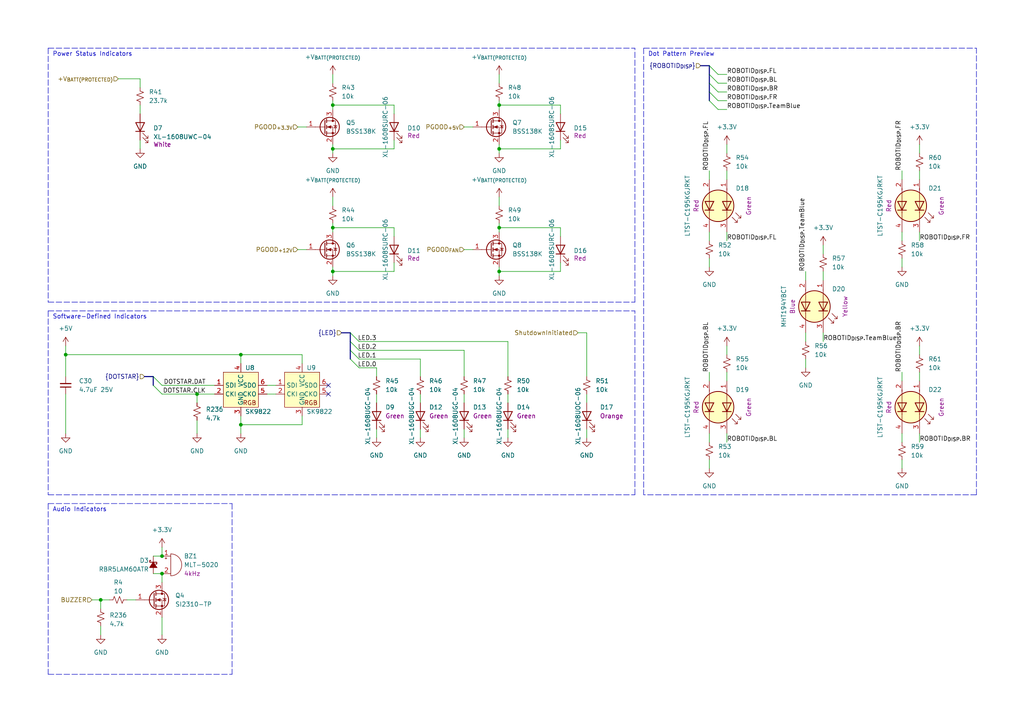
<source format=kicad_sch>
(kicad_sch (version 20230121) (generator eeschema)
  (paper "A4")
  (title_block (title "Control") (date "2023-02-21") (rev "1.0.0") (company "The A-Team (RC SSL)") (comment 1 "W. Stuckey & R. Osawa"))
  (lib_symbols
    (symbol "AT-LED:SK9822"
      (property "Reference" "U" (at 1.27 6.35 0))
      (property "Value" "SK9822" (at 5.08 -6.35 0))
      (symbol "SK9822_0_0"
        (text "RGB" (at 2.54 -3.81 0) (effects (font (size 1.27 1.27))))
      )
      (symbol "SK9822_0_1"
        (rectangle (start -5.08 5.08) (end 5.08 -5.08) (stroke (width 0.1524)) (fill (type background)))
      )
      (symbol "SK9822_1_1"
        (pin input line (at -7.62 1.27 0) (length 2.54) (name "SDI") (number "1"))
        (pin input line (at -7.62 -1.27 0) (length 2.54) (name "CKI") (number "2"))
        (pin power_in line (at 0 -7.62 90) (length 2.54) (name "GND") (number "3"))
        (pin power_in line (at 0 7.62 270) (length 2.54) (name "VCC") (number "4"))
        (pin output line (at 7.62 -1.27 180) (length 2.54) (name "CKO") (number "5"))
        (pin output line (at 7.62 1.27 180) (length 2.54) (name "SDO") (number "6"))
      )
    )
    (symbol "AT-Supplies:+V_{BATT(PROTECTED)}" (power) (pin_names (offset 0)) (in_bom no) (on_board no)
      (property "Value" "+V_{BATT(PROTECTED)}" (at 0 5.08 0))
      (symbol "+V_{BATT(PROTECTED)}_0_1"
        (polyline (pts (xy -0.76 1.27) (xy 0.002 2.54)))
        (polyline (pts (xy 0.002 0) (xy 0.002 2.54)))
        (polyline (pts (xy 0.002 2.54) (xy 0.764 1.27)))
      )
      (symbol "+V_{BATT(PROTECTED)}_1_1"
        (pin power_in line (at 0 0 90) (length 0) hide (name "+V_{BATT(PROTECTED)}") (number "1"))
      )
    )
    (symbol "Device:Buzzer" (pin_names (offset 0.0254) hide)
      (property "Reference" "BZ" (at 3.81 1.27 0))
      (property "Value" "Buzzer" (at 3.81 -1.27 0))
      (symbol "Buzzer_0_1"
        (arc (start 0 -3.175) (mid 3.1612 0) (end 0 3.175))
        (polyline (pts (xy -1.651 1.905) (xy -1.143 1.905)))
        (polyline (pts (xy -1.397 2.159) (xy -1.397 1.651)))
        (polyline (pts (xy 0 3.175) (xy 0 -3.175)))
      )
      (symbol "Buzzer_1_1"
        (pin passive line (at -2.54 2.54 0) (length 2.54) (name "-") (number "1"))
        (pin passive line (at -2.54 -2.54 0) (length 2.54) (name "+") (number "2"))
      )
    )
    (symbol "Device:C_Small" (pin_numbers hide) (pin_names (offset 0.254) hide)
      (property "Reference" "C" (at 0.254 1.778 0))
      (property "Value" "C_Small" (at 0.254 -2.032 0))
      (symbol "C_Small_0_1"
        (polyline (pts (xy -1.524 -0.508) (xy 1.524 -0.508)) (stroke (width 0.3302)))
        (polyline (pts (xy -1.524 0.508) (xy 1.524 0.508)) (stroke (width 0.3048)))
      )
      (symbol "C_Small_1_1"
        (pin passive line (at 0 2.54 270) (length 2.032) (name "~") (number "1"))
        (pin passive line (at 0 -2.54 90) (length 2.032) (name "~") (number "2"))
      )
    )
    (symbol "Device:D_Schottky_Small_Filled" (pin_numbers hide) (pin_names (offset 0.254) hide)
      (property "Reference" "D" (at -1.27 2.032 0))
      (property "Value" "D_Schottky_Small_Filled" (at -7.112 -2.032 0))
      (symbol "D_Schottky_Small_Filled_0_1"
        (polyline (pts (xy -0.762 0) (xy 0.762 0)))
        (polyline (pts (xy 0.762 -1.016) (xy -0.762 0) (xy 0.762 1.016) (xy 0.762 -1.016)) (stroke (width 0.254)) (fill (type outline)))
        (polyline (pts (xy -1.27 0.762) (xy -1.27 1.016) (xy -0.762 1.016) (xy -0.762 -1.016) (xy -0.254 -1.016) (xy -0.254 -0.762)) (stroke (width 0.254)))
      )
      (symbol "D_Schottky_Small_Filled_1_1"
        (pin passive line (at -2.54 0 0) (length 1.778) (name "K") (number "1"))
        (pin passive line (at 2.54 0 180) (length 1.778) (name "A") (number "2"))
      )
    )
    (symbol "Device:LED" (pin_numbers hide) (pin_names (offset 1.016) hide)
      (property "Reference" "D" (at 0 2.54 0))
      (property "Value" "LED" (at 0 -2.54 0))
      (symbol "LED_0_1"
        (polyline (pts (xy -1.27 -1.27) (xy -1.27 1.27)) (stroke (width 0.254)))
        (polyline (pts (xy -1.27 0) (xy 1.27 0)))
        (polyline (pts (xy 1.27 -1.27) (xy 1.27 1.27) (xy -1.27 0) (xy 1.27 -1.27)) (stroke (width 0.254)))
        (polyline (pts (xy -3.048 -0.762) (xy -4.572 -2.286) (xy -3.81 -2.286) (xy -4.572 -2.286) (xy -4.572 -1.524)))
        (polyline (pts (xy -1.778 -0.762) (xy -3.302 -2.286) (xy -2.54 -2.286) (xy -3.302 -2.286) (xy -3.302 -1.524)))
      )
      (symbol "LED_1_1"
        (pin passive line (at -3.81 0 0) (length 2.54) (name "K") (number "1"))
        (pin passive line (at 3.81 0 180) (length 2.54) (name "A") (number "2"))
      )
    )
    (symbol "Device:LED_Dual_AAKK" (pin_names (offset 0) hide)
      (property "Reference" "D" (at 0 5.715 0))
      (property "Value" "LED_Dual_AAKK" (at 0 -6.35 0))
      (symbol "LED_Dual_AAKK_0_1"
        (polyline (pts (xy -5.08 -2.54) (xy 2.032 -2.54)))
        (polyline (pts (xy -5.08 2.54) (xy 2.032 2.54)))
        (polyline (pts (xy 1.27 -1.27) (xy 1.27 -3.81)) (stroke (width 0.254)))
        (polyline (pts (xy 1.27 3.81) (xy 1.27 1.27)) (stroke (width 0.254)))
        (polyline (pts (xy 3.81 -2.54) (xy 1.905 -2.54)))
        (polyline (pts (xy 3.81 2.54) (xy 1.905 2.54)))
        (polyline (pts (xy -1.27 -1.27) (xy -1.27 -3.81) (xy 1.27 -2.54) (xy -1.27 -1.27)) (stroke (width 0.254)))
        (polyline (pts (xy -1.27 3.81) (xy -1.27 1.27) (xy 1.27 2.54) (xy -1.27 3.81)) (stroke (width 0.254)))
        (polyline (pts (xy 2.032 5.08) (xy 3.556 6.604) (xy 2.794 6.604) (xy 3.556 6.604) (xy 3.556 5.842)))
        (polyline (pts (xy 3.302 4.064) (xy 4.826 5.588) (xy 4.064 5.588) (xy 4.826 5.588) (xy 4.826 4.826)))
        (circle (center 0 0) (radius 4.572) (stroke (width 0.254)) (fill (type background)))
      )
      (symbol "LED_Dual_AAKK_1_1"
        (pin input line (at -7.62 2.54 0) (length 3.048) (name "A1") (number "1"))
        (pin input line (at -7.62 -2.54 0) (length 3.048) (name "A2") (number "2"))
        (pin input line (at 7.62 2.54 180) (length 3.81) (name "K1") (number "3"))
        (pin input line (at 7.62 -2.54 180) (length 3.81) (name "K2") (number "4"))
      )
    )
    (symbol "Device:Q_NMOS_GSD" (pin_names (offset 0) hide)
      (property "Reference" "Q" (at 5.08 1.27 0))
      (property "Value" "Q_NMOS_GSD" (at 5.08 -1.27 0))
      (symbol "Q_NMOS_GSD_0_1"
        (polyline (pts (xy 0.254 0) (xy -2.54 0)))
        (polyline (pts (xy 0.254 1.905) (xy 0.254 -1.905)) (stroke (width 0.254)))
        (polyline (pts (xy 0.762 -1.27) (xy 0.762 -2.286)) (stroke (width 0.254)))
        (polyline (pts (xy 0.762 0.508) (xy 0.762 -0.508)) (stroke (width 0.254)))
        (polyline (pts (xy 0.762 2.286) (xy 0.762 1.27)) (stroke (width 0.254)))
        (polyline (pts (xy 2.54 2.54) (xy 2.54 1.778)))
        (polyline (pts (xy 2.54 -2.54) (xy 2.54 0) (xy 0.762 0)))
        (polyline (pts (xy 0.762 -1.778) (xy 3.302 -1.778) (xy 3.302 1.778) (xy 0.762 1.778)))
        (polyline (pts (xy 1.016 0) (xy 2.032 0.381) (xy 2.032 -0.381) (xy 1.016 0)) (fill (type outline)))
        (polyline (pts (xy 2.794 0.508) (xy 2.921 0.381) (xy 3.683 0.381) (xy 3.81 0.254)))
        (polyline (pts (xy 3.302 0.381) (xy 2.921 -0.254) (xy 3.683 -0.254) (xy 3.302 0.381)))
        (circle (center 1.651 0) (radius 2.794) (stroke (width 0.254)))
        (circle (center 2.54 -1.778) (radius 0.254) (fill (type outline)))
        (circle (center 2.54 1.778) (radius 0.254) (fill (type outline)))
      )
      (symbol "Q_NMOS_GSD_1_1"
        (pin input line (at -5.08 0 0) (length 2.54) (name "G") (number "1"))
        (pin passive line (at 2.54 -5.08 90) (length 2.54) (name "S") (number "2"))
        (pin passive line (at 2.54 5.08 270) (length 2.54) (name "D") (number "3"))
      )
    )
    (symbol "Device:R_Small_US" (pin_numbers hide) (pin_names (offset 0.254) hide)
      (property "Reference" "R" (at 0.762 0.508 0))
      (property "Value" "R_Small_US" (at 0.762 -1.016 0))
      (symbol "R_Small_US_1_1"
        (polyline (pts (xy 0 0) (xy 1.016 -0.381) (xy 0 -0.762) (xy -1.016 -1.143) (xy 0 -1.524)))
        (polyline (pts (xy 0 1.524) (xy 1.016 1.143) (xy 0 0.762) (xy -1.016 0.381) (xy 0 0)))
        (pin passive line (at 0 2.54 270) (length 1.016) (name "~") (number "1"))
        (pin passive line (at 0 -2.54 90) (length 1.016) (name "~") (number "2"))
      )
    )
    (symbol "power:+3.3V" (power) (pin_names (offset 0))
      (property "Value" "+3.3V" (at 0 3.556 0))
      (symbol "+3.3V_0_1"
        (polyline (pts (xy -0.762 1.27) (xy 0 2.54)))
        (polyline (pts (xy 0 0) (xy 0 2.54)))
        (polyline (pts (xy 0 2.54) (xy 0.762 1.27)))
      )
      (symbol "+3.3V_1_1"
        (pin power_in line (at 0 0 90) (length 0) hide (name "+3.3V") (number "1"))
      )
    )
    (symbol "power:+5V" (power) (pin_names (offset 0))
      (property "Value" "+5V" (at 0 3.556 0))
      (symbol "+5V_0_1"
        (polyline (pts (xy -0.762 1.27) (xy 0 2.54)))
        (polyline (pts (xy 0 0) (xy 0 2.54)))
        (polyline (pts (xy 0 2.54) (xy 0.762 1.27)))
      )
      (symbol "+5V_1_1"
        (pin power_in line (at 0 0 90) (length 0) hide (name "+5V") (number "1"))
      )
    )
    (symbol "power:GND" (power) (pin_names (offset 0))
      (property "Value" "GND" (at 0 -3.81 0))
      (symbol "GND_0_1"
        (polyline (pts (xy 0 0) (xy 0 -1.27) (xy 1.27 -1.27) (xy 0 -2.54) (xy -1.27 -1.27) (xy 0 -1.27)))
      )
      (symbol "GND_1_1"
        (pin power_in line (at 0 0 270) (length 0) hide (name "GND") (number "1"))
      )
    )
  )
  (junction (at 19.05 102.87))
  (junction (at 144.78 66.04))
  (junction (at 96.52 43.18))
  (junction (at 69.85 102.87))
  (junction (at 57.15 114.3))
  (junction (at 144.78 30.48))
  (junction (at 69.85 123.19))
  (junction (at 46.99 161.29))
  (junction (at 46.99 166.37))
  (junction (at 144.78 43.18))
  (junction (at 96.52 30.48))
  (junction (at 29.21 173.99))
  (junction (at 96.52 66.04))
  (junction (at 144.78 78.74))
  (junction (at 96.52 78.74))
  (no_connect (at 95.25 114.3))
  (no_connect (at 95.25 111.76))
  (bus_entry (at 101.6 104.14) (size 2.54 2.54))
  (bus_entry (at 205.74 21.59) (size 2.54 2.54))
  (bus_entry (at 205.74 24.13) (size 2.54 2.54))
  (bus_entry (at 101.6 101.6) (size 2.54 2.54))
  (bus_entry (at 101.6 96.52) (size 2.54 2.54))
  (bus_entry (at 101.6 99.06) (size 2.54 2.54))
  (bus_entry (at 44.45 109.22) (size 2.54 2.54))
  (bus_entry (at 205.74 19.05) (size 2.54 2.54))
  (bus_entry (at 205.74 26.67) (size 2.54 2.54))
  (bus_entry (at 44.45 111.76) (size 2.54 2.54))
  (bus_entry (at 205.74 29.21) (size 2.54 2.54))
  (polyline (pts (xy 13.97 13.97) (xy 184.15 13.97)) (stroke (width 0) (type dash)))
  (wire (pts (xy 238.76 71.12) (xy 238.76 73.66)))
  (wire (pts (xy 208.28 26.67) (xy 210.82 26.67)))
  (polyline (pts (xy 13.97 146.05) (xy 67.31 146.05)) (stroke (width 0) (type dash)))
  (wire (pts (xy 144.78 66.04) (xy 144.78 67.31)))
  (wire (pts (xy 96.52 57.15) (xy 96.52 59.69)))
  (wire (pts (xy 46.99 158.75) (xy 46.99 161.29)))
  (wire (pts (xy 205.74 107.95) (xy 205.74 110.49)))
  (wire (pts (xy 233.68 96.52) (xy 233.68 99.06)))
  (wire (pts (xy 266.7 41.91) (xy 266.7 44.45)))
  (polyline (pts (xy 13.97 87.63) (xy 184.15 87.63)) (stroke (width 0) (type dash)))
  (wire (pts (xy 144.78 29.21) (xy 144.78 30.48)))
  (wire (pts (xy 205.74 49.53) (xy 205.74 52.07)))
  (wire (pts (xy 44.45 161.29) (xy 46.99 161.29)))
  (wire (pts (xy 96.52 66.04) (xy 114.3 66.04)))
  (wire (pts (xy 114.3 68.58) (xy 114.3 66.04)))
  (wire (pts (xy 121.92 109.22) (xy 121.92 104.14)))
  (bus (pts (xy 101.6 96.52) (xy 99.06 96.52)))
  (wire (pts (xy 96.52 41.91) (xy 96.52 43.18)))
  (wire (pts (xy 210.82 128.27) (xy 210.82 125.73)))
  (wire (pts (xy 144.78 30.48) (xy 144.78 31.75)))
  (wire (pts (xy 261.62 49.53) (xy 261.62 52.07)))
  (wire (pts (xy 266.7 69.85) (xy 266.7 67.31)))
  (wire (pts (xy 104.14 101.6) (xy 134.62 101.6)))
  (wire (pts (xy 144.78 78.74) (xy 162.56 78.74)))
  (wire (pts (xy 210.82 41.91) (xy 210.82 44.45)))
  (polyline (pts (xy 13.97 195.58) (xy 67.31 195.58)) (stroke (width 0) (type dash)))
  (wire (pts (xy 210.82 100.33) (xy 210.82 102.87)))
  (wire (pts (xy 144.78 64.77) (xy 144.78 66.04)))
  (wire (pts (xy 96.52 78.74) (xy 96.52 80.01)))
  (wire (pts (xy 162.56 33.02) (xy 162.56 30.48)))
  (wire (pts (xy 26.67 173.99) (xy 29.21 173.99)))
  (wire (pts (xy 109.22 114.3) (xy 109.22 116.84)))
  (wire (pts (xy 134.62 124.46) (xy 134.62 127)))
  (wire (pts (xy 44.45 166.37) (xy 46.99 166.37)))
  (polyline (pts (xy 186.69 13.97) (xy 186.69 143.51)) (stroke (width 0) (type dash)))
  (wire (pts (xy 104.14 99.06) (xy 147.32 99.06)))
  (wire (pts (xy 144.78 66.04) (xy 162.56 66.04)))
  (wire (pts (xy 29.21 173.99) (xy 31.75 173.99)))
  (wire (pts (xy 46.99 166.37) (xy 46.99 168.91)))
  (wire (pts (xy 170.18 96.52) (xy 170.18 109.22)))
  (wire (pts (xy 266.7 49.53) (xy 266.7 52.07)))
  (wire (pts (xy 205.74 74.93) (xy 205.74 77.47)))
  (wire (pts (xy 162.56 40.64) (xy 162.56 43.18)))
  (polyline (pts (xy 13.97 146.05) (xy 13.97 195.58)) (stroke (width 0) (type dash)))
  (wire (pts (xy 114.3 76.2) (xy 114.3 78.74)))
  (wire (pts (xy 96.52 64.77) (xy 96.52 66.04)))
  (wire (pts (xy 144.78 43.18) (xy 162.56 43.18)))
  (wire (pts (xy 266.7 100.33) (xy 266.7 102.87)))
  (wire (pts (xy 96.52 43.18) (xy 96.52 44.45)))
  (wire (pts (xy 210.82 107.95) (xy 210.82 110.49)))
  (wire (pts (xy 144.78 41.91) (xy 144.78 43.18)))
  (wire (pts (xy 170.18 124.46) (xy 170.18 127)))
  (wire (pts (xy 144.78 78.74) (xy 144.78 80.01)))
  (polyline (pts (xy 13.97 143.51) (xy 184.15 143.51)) (stroke (width 0) (type dash)))
  (wire (pts (xy 134.62 72.39) (xy 137.16 72.39)))
  (polyline (pts (xy 283.21 143.51) (xy 186.69 143.51)) (stroke (width 0) (type dash)))
  (wire (pts (xy 96.52 78.74) (xy 114.3 78.74)))
  (wire (pts (xy 121.92 114.3) (xy 121.92 116.84)))
  (bus (pts (xy 101.6 101.6) (xy 101.6 104.14)))
  (wire (pts (xy 86.36 72.39) (xy 88.9 72.39)))
  (wire (pts (xy 96.52 43.18) (xy 114.3 43.18)))
  (wire (pts (xy 144.78 21.59) (xy 144.78 24.13)))
  (wire (pts (xy 40.64 40.64) (xy 40.64 43.18)))
  (wire (pts (xy 147.32 114.3) (xy 147.32 116.84)))
  (wire (pts (xy 144.78 57.15) (xy 144.78 59.69)))
  (wire (pts (xy 210.82 49.53) (xy 210.82 52.07)))
  (wire (pts (xy 147.32 124.46) (xy 147.32 127)))
  (wire (pts (xy 134.62 109.22) (xy 134.62 101.6)))
  (wire (pts (xy 233.68 104.14) (xy 233.68 106.68)))
  (wire (pts (xy 170.18 116.84) (xy 170.18 114.3)))
  (wire (pts (xy 261.62 107.95) (xy 261.62 110.49)))
  (wire (pts (xy 238.76 78.74) (xy 238.76 81.28)))
  (wire (pts (xy 86.36 36.83) (xy 88.9 36.83)))
  (wire (pts (xy 208.28 21.59) (xy 210.82 21.59)))
  (wire (pts (xy 233.68 78.74) (xy 233.68 81.28)))
  (wire (pts (xy 210.82 69.85) (xy 210.82 67.31)))
  (bus (pts (xy 101.6 99.06) (xy 101.6 101.6)))
  (wire (pts (xy 87.63 120.65) (xy 87.63 123.19)))
  (wire (pts (xy 96.52 66.04) (xy 96.52 67.31)))
  (bus (pts (xy 44.45 111.76) (xy 44.45 109.22)))
  (polyline (pts (xy 283.21 143.51) (xy 283.21 13.97)) (stroke (width 0) (type dash)))
  (polyline (pts (xy 67.31 146.05) (xy 67.31 195.58)) (stroke (width 0) (type dash)))
  (wire (pts (xy 96.52 29.21) (xy 96.52 30.48)))
  (wire (pts (xy 266.7 128.27) (xy 266.7 125.73)))
  (wire (pts (xy 87.63 102.87) (xy 87.63 105.41)))
  (wire (pts (xy 109.22 106.68) (xy 109.22 109.22)))
  (bus (pts (xy 205.74 19.05) (xy 205.74 21.59)))
  (wire (pts (xy 46.99 111.76) (xy 62.23 111.76)))
  (wire (pts (xy 134.62 36.83) (xy 137.16 36.83)))
  (wire (pts (xy 29.21 173.99) (xy 29.21 176.53)))
  (bus (pts (xy 205.74 26.67) (xy 205.74 29.21)))
  (wire (pts (xy 266.7 107.95) (xy 266.7 110.49)))
  (wire (pts (xy 208.28 31.75) (xy 210.82 31.75)))
  (wire (pts (xy 134.62 114.3) (xy 134.62 116.84)))
  (bus (pts (xy 205.74 24.13) (xy 205.74 26.67)))
  (wire (pts (xy 46.99 114.3) (xy 57.15 114.3)))
  (bus (pts (xy 205.74 21.59) (xy 205.74 24.13)))
  (wire (pts (xy 104.14 104.14) (xy 121.92 104.14)))
  (wire (pts (xy 69.85 123.19) (xy 87.63 123.19)))
  (wire (pts (xy 121.92 124.46) (xy 121.92 127)))
  (wire (pts (xy 57.15 114.3) (xy 62.23 114.3)))
  (wire (pts (xy 19.05 100.33) (xy 19.05 102.87)))
  (wire (pts (xy 57.15 121.92) (xy 57.15 125.73)))
  (wire (pts (xy 69.85 102.87) (xy 87.63 102.87)))
  (wire (pts (xy 144.78 77.47) (xy 144.78 78.74)))
  (wire (pts (xy 114.3 33.02) (xy 114.3 30.48)))
  (wire (pts (xy 205.74 67.31) (xy 205.74 69.85)))
  (bus (pts (xy 203.2 19.05) (xy 205.74 19.05)))
  (polyline (pts (xy 13.97 90.17) (xy 13.97 143.51)) (stroke (width 0) (type dash)))
  (wire (pts (xy 69.85 102.87) (xy 69.85 105.41)))
  (polyline (pts (xy 184.15 143.51) (xy 184.15 90.17)) (stroke (width 0) (type dash)))
  (wire (pts (xy 96.52 30.48) (xy 96.52 31.75)))
  (wire (pts (xy 34.29 22.86) (xy 40.64 22.86)))
  (wire (pts (xy 109.22 106.68) (xy 104.14 106.68)))
  (wire (pts (xy 29.21 181.61) (xy 29.21 184.15)))
  (wire (pts (xy 69.85 123.19) (xy 69.85 125.73)))
  (wire (pts (xy 261.62 67.31) (xy 261.62 69.85)))
  (wire (pts (xy 205.74 133.35) (xy 205.74 135.89)))
  (wire (pts (xy 80.01 114.3) (xy 77.47 114.3)))
  (wire (pts (xy 144.78 43.18) (xy 144.78 44.45)))
  (wire (pts (xy 208.28 29.21) (xy 210.82 29.21)))
  (wire (pts (xy 261.62 133.35) (xy 261.62 135.89)))
  (polyline (pts (xy 13.97 13.97) (xy 13.97 87.63)) (stroke (width 0) (type dash)))
  (wire (pts (xy 167.64 96.52) (xy 170.18 96.52)))
  (wire (pts (xy 19.05 102.87) (xy 69.85 102.87)))
  (wire (pts (xy 162.56 68.58) (xy 162.56 66.04)))
  (wire (pts (xy 57.15 114.3) (xy 57.15 116.84)))
  (wire (pts (xy 205.74 125.73) (xy 205.74 128.27)))
  (wire (pts (xy 162.56 76.2) (xy 162.56 78.74)))
  (wire (pts (xy 147.32 109.22) (xy 147.32 99.06)))
  (wire (pts (xy 96.52 21.59) (xy 96.52 24.13)))
  (wire (pts (xy 19.05 102.87) (xy 19.05 109.22)))
  (polyline (pts (xy 184.15 87.63) (xy 184.15 13.97)) (stroke (width 0) (type dash)))
  (wire (pts (xy 40.64 22.86) (xy 40.64 25.4)))
  (wire (pts (xy 36.83 173.99) (xy 39.37 173.99)))
  (wire (pts (xy 208.28 24.13) (xy 210.82 24.13)))
  (wire (pts (xy 96.52 77.47) (xy 96.52 78.74)))
  (wire (pts (xy 40.64 30.48) (xy 40.64 33.02)))
  (wire (pts (xy 96.52 30.48) (xy 114.3 30.48)))
  (wire (pts (xy 69.85 120.65) (xy 69.85 123.19)))
  (polyline (pts (xy 13.97 90.17) (xy 184.15 90.17)) (stroke (width 0) (type dash)))
  (wire (pts (xy 80.01 111.76) (xy 77.47 111.76)))
  (wire (pts (xy 144.78 30.48) (xy 162.56 30.48)))
  (wire (pts (xy 238.76 96.52) (xy 238.76 99.06)))
  (wire (pts (xy 46.99 179.07) (xy 46.99 184.15)))
  (polyline (pts (xy 186.69 13.97) (xy 283.21 13.97)) (stroke (width 0) (type dash)))
  (wire (pts (xy 114.3 40.64) (xy 114.3 43.18)))
  (wire (pts (xy 109.22 124.46) (xy 109.22 127)))
  (bus (pts (xy 44.45 109.22) (xy 41.91 109.22)))
  (wire (pts (xy 261.62 125.73) (xy 261.62 128.27)))
  (bus (pts (xy 101.6 99.06) (xy 101.6 96.52)))
  (wire (pts (xy 19.05 114.3) (xy 19.05 125.73)))
  (wire (pts (xy 261.62 74.93) (xy 261.62 77.47)))
  (text "Software-Defined Indicators" (at 15.24 92.71 0) (effects (font (size 1.27 1.27)) (justify left bottom)))
  (text "Power Status Indicators" (at 15.24 16.51 0) (effects (font (size 1.27 1.27)) (justify left bottom)))
  (text "Dot Pattern Preview" (at 187.96 16.51 0) (effects (font (size 1.27 1.27)) (justify left bottom)))
  (text "Audio Indicators" (at 15.24 148.59 0) (effects (font (size 1.27 1.27)) (justify left bottom)))
  (label "ROBOTID_{DISP}.BR" (at 261.62 107.95 90))
  (label "ROBOTID_{DISP}.TeamBlue" (at 210.82 31.75 0))
  (label "LED.3" (at 109.22 99.06 180))
  (label "ROBOTID_{DISP}.FR" (at 261.62 49.53 90))
  (label "ROBOTID_{DISP}.BR" (at 266.7 128.27 0))
  (label "ROBOTID_{DISP}.BL" (at 210.82 24.13 0))
  (label "DOTSTAR.CLK" (at 59.69 114.3 180))
  (label "LED.1" (at 109.22 104.14 180))
  (label "LED.0" (at 109.22 106.68 180))
  (label "ROBOTID_{DISP}.FL" (at 205.74 49.53 90))
  (label "ROBOTID_{DISP}.FL" (at 210.82 69.85 0))
  (label "ROBOTID_{DISP}.TeamBlue" (at 233.68 78.74 90))
  (label "ROBOTID_{DISP}.BR" (at 210.82 26.67 0))
  (label "LED.2" (at 109.22 101.6 180))
  (label "ROBOTID_{DISP}.TeamBlue" (at 238.76 99.06 0))
  (label "ROBOTID_{DISP}.FR" (at 266.7 69.85 0))
  (label "ROBOTID_{DISP}.BL" (at 210.82 128.27 0))
  (label "DOTSTAR.DAT" (at 59.69 111.76 180))
  (label "ROBOTID_{DISP}.FR" (at 210.82 29.21 0))
  (label "ROBOTID_{DISP}.BL" (at 205.74 107.95 90))
  (label "ROBOTID_{DISP}.FL" (at 210.82 21.59 0))
  (hierarchical_label "PGOOD_{+5V}" (shape input) (at 134.62 36.83 180))
  (hierarchical_label "{LED}" (shape input) (at 99.06 96.52 180))
  (hierarchical_label "PGOOD_{+12V}" (shape input) (at 86.36 72.39 180))
  (hierarchical_label "{ROBOTID_{DISP}}" (shape input) (at 203.2 19.05 180))
  (hierarchical_label "{DOTSTAR}" (shape input) (at 41.91 109.22 180))
  (hierarchical_label "+V_{BATT(PROTECTED)}" (shape input) (at 34.29 22.86 180))
  (hierarchical_label "BUZZER" (shape input) (at 26.67 173.99 180))
  (hierarchical_label "PGOOD_{+3.3V}" (shape input) (at 86.36 36.83 180))
  (hierarchical_label "PGOOD_{FAN}" (shape input) (at 134.62 72.39 180))
  (hierarchical_label "ShutdownInitiated" (shape input) (at 167.64 96.52 180))
  (symbol (lib_id "power:+3.3V") (at 210.82 41.91 0) (unit 1)
    (property "Reference" "#PWR086" (effects hide))
    (property "Value" "+3.3V" (at 210.82 36.83 0))
  )
  (symbol (lib_id "Device:R_Small_US") (at 205.74 130.81 180) (unit 1)
    (property "Reference" "R53" (at 208.28 129.5399 0) (effects (justify right)))
    (property "Value" "10k" (at 208.28 132.0799 0) (effects (justify right)))
    (property "Footprint" "Resistor_SMD:R_0402_1005Metric" (effects hide))
  )
  (symbol (lib_id "power:GND") (at 144.78 80.01 0) (unit 1)
    (property "Reference" "#PWR081" (effects hide))
    (property "Value" "GND" (at 144.78 85.09 0))
  )
  (symbol (lib_id "Device:Buzzer") (at 49.53 163.83 0) (unit 1)
    (property "Reference" "BZ1" (at 53.34 161.29 0) (effects (justify left)))
    (property "Value" "MLT-5020" (at 53.34 163.83 0) (effects (justify left)))
    (property "Footprint" "AT-Buzzer:MLT-5020" (effects hide))
    (property "Value2" "4kHz" (at 53.34 166.37 0) (effects (justify left)))
  )
  (symbol (lib_id "power:GND") (at 144.78 44.45 0) (unit 1)
    (property "Reference" "#PWR079" (effects hide))
    (property "Value" "GND" (at 144.78 49.53 0))
  )
  (symbol (lib_id "power:GND") (at 96.52 80.01 0) (unit 1)
    (property "Reference" "#PWR074" (effects hide))
    (property "Value" "GND" (at 96.52 85.09 0))
  )
  (symbol (lib_id "Device:LED") (at 162.56 36.83 90) (unit 1)
    (property "Reference" "D15" (at 166.37 37.1474 90) (effects (justify right)))
    (property "Value" "XL-1608SURC-06" (at 160.02 36.83 0))
    (property "Footprint" "AT-LED:LED0603" (effects hide))
    (property "Value2" "Red" (at 166.37 39.37 90) (effects (justify right)))
  )
  (symbol (lib_id "Device:D_Schottky_Small_Filled") (at 44.45 163.83 90) (mirror x) (unit 1)
    (property "Reference" "D3" (at 43.18 162.56 90) (effects (justify left)))
    (property "Value" "RBR5LAM60ATR" (at 43.18 165.1 90) (effects (justify left)))
    (property "Footprint" "Diode_SMD:D_SOD-128" (effects hide))
    (instances (project "control" (path "" (reference "D3") (unit 1)) (path "" (reference "D8") (unit 1))))
  )
  (symbol (lib_id "power:+3.3V") (at 46.99 158.75 0) (unit 1)
    (property "Reference" "#PWR067" (effects hide))
    (property "Value" "+3.3V" (at 46.99 153.67 0))
  )
  (symbol (lib_id "Device:LED") (at 147.32 120.65 90) (unit 1)
    (property "Reference" "D14" (at 149.86 118.11 90) (effects (justify right)))
    (property "Value" "XL-1608UGC-04" (at 144.78 120.65 0))
    (property "Footprint" "AT-LED:LED0603" (effects hide))
    (property "Value2" "Green" (at 149.86 120.65 90) (effects (justify right)))
  )
  (symbol (lib_id "Device:R_Small_US") (at 109.22 111.76 0) (unit 1)
    (property "Reference" "R45" (at 111.76 110.4899 0) (effects (justify left)))
    (property "Value" "10k" (at 111.76 113.0299 0) (effects (justify left)))
    (property "Footprint" "Resistor_SMD:R_0402_1005Metric" (effects hide))
  )
  (symbol (lib_id "Device:R_Small_US") (at 261.62 130.81 180) (unit 1)
    (property "Reference" "R59" (at 264.16 129.5399 0) (effects (justify right)))
    (property "Value" "10k" (at 264.16 132.0799 0) (effects (justify right)))
    (property "Footprint" "Resistor_SMD:R_0402_1005Metric" (effects hide))
  )
  (symbol (lib_id "Device:R_Small_US") (at 40.64 27.94 0) (unit 1)
    (property "Reference" "R41" (at 43.18 26.6699 0) (effects (justify left)))
    (property "Value" "23.7k" (at 43.18 29.2099 0) (effects (justify left)))
    (property "Footprint" "Resistor_SMD:R_0402_1005Metric" (effects hide))
  )
  (symbol (lib_id "Device:R_Small_US") (at 210.82 105.41 180) (unit 1)
    (property "Reference" "R55" (at 213.36 104.1399 0) (effects (justify right)))
    (property "Value" "10k" (at 213.36 106.6799 0) (effects (justify right)))
    (property "Footprint" "Resistor_SMD:R_0402_1005Metric" (effects hide))
  )
  (symbol (lib_id "power:GND") (at 19.05 125.73 0) (unit 1)
    (property "Reference" "#PWR064" (effects hide))
    (property "Value" "GND" (at 19.05 130.81 0))
  )
  (symbol (lib_id "Device:R_Small_US") (at 134.62 111.76 0) (unit 1)
    (property "Reference" "R47" (at 137.16 110.4899 0) (effects (justify left)))
    (property "Value" "10k" (at 137.16 113.0299 0) (effects (justify left)))
    (property "Footprint" "Resistor_SMD:R_0402_1005Metric" (effects hide))
  )
  (symbol (lib_id "power:GND") (at 69.85 125.73 0) (unit 1)
    (property "Reference" "#PWR070" (effects hide))
    (property "Value" "GND" (at 69.85 130.81 0))
  )
  (symbol (lib_id "Device:R_Small_US") (at 266.7 105.41 180) (unit 1)
    (property "Reference" "R61" (at 269.24 104.1399 0) (effects (justify right)))
    (property "Value" "10k" (at 269.24 106.6799 0) (effects (justify right)))
    (property "Footprint" "Resistor_SMD:R_0402_1005Metric" (effects hide))
  )
  (symbol (lib_id "Device:LED_Dual_AAKK") (at 236.22 88.9 270) (unit 1)
    (property "Reference" "D20" (at 241.3 83.82 90) (effects (justify left)))
    (property "Value" "MHT194YBCT" (at 227.33 88.9 0))
    (property "Footprint" "AT-LED:LED0606_Z_1324" (effects hide))
    (property "Value13" "Yellow" (at 245.11 88.9 0))
    (property "Value24" "Blue" (at 229.87 88.9 0))
  )
  (symbol (lib_id "AT-Supplies:+V_{BATT(PROTECTED)}") (at 144.78 57.15 0) (unit 1) (in_bom no) (on_board no)
    (property "Reference" "#PWR080" (effects hide))
    (property "Value" "+V_{BATT(PROTECTED)}" (at 144.782 52.07 0))
  )
  (symbol (lib_id "power:GND") (at 134.62 127 0) (unit 1)
    (property "Reference" "#PWR077" (effects hide))
    (property "Value" "GND" (at 134.62 132.08 0))
  )
  (symbol (lib_id "Device:LED") (at 134.62 120.65 90) (unit 1)
    (property "Reference" "D13" (at 137.16 118.11 90) (effects (justify right)))
    (property "Value" "XL-1608UGC-04" (at 132.08 120.65 0))
    (property "Footprint" "AT-LED:LED0603" (effects hide))
    (property "Value2" "Green" (at 137.16 120.65 90) (effects (justify right)))
  )
  (symbol (lib_id "power:GND") (at 40.64 43.18 0) (unit 1)
    (property "Reference" "#PWR066" (effects hide))
    (property "Value" "GND" (at 40.64 48.26 0))
  )
  (symbol (lib_id "Device:R_Small_US") (at 144.78 62.23 0) (unit 1)
    (property "Reference" "R49" (at 147.32 60.9599 0) (effects (justify left)))
    (property "Value" "10k" (at 147.32 63.4999 0) (effects (justify left)))
    (property "Footprint" "Resistor_SMD:R_0402_1005Metric" (effects hide))
  )
  (symbol (lib_id "Device:LED_Dual_AAKK") (at 264.16 59.69 270) (unit 1)
    (property "Reference" "D21" (at 269.24 54.61 90) (effects (justify left)))
    (property "Value" "LTST-C195KGJRKT" (at 255.27 59.69 0))
    (property "Footprint" "AT-LED:LED0606_S_1324" (effects hide))
    (property "Value13" "Green" (at 273.05 59.69 0))
    (property "Value24" "Red" (at 257.81 59.69 0))
  )
  (symbol (lib_id "Device:LED") (at 162.56 72.39 90) (unit 1)
    (property "Reference" "D16" (at 166.37 72.7074 90) (effects (justify right)))
    (property "Value" "XL-1608SURC-06" (at 160.02 72.39 0))
    (property "Footprint" "AT-LED:LED0603" (effects hide))
    (property "Value2" "Red" (at 166.37 74.93 90) (effects (justify right)))
  )
  (symbol (lib_id "Device:Q_NMOS_GSD") (at 142.24 72.39 0) (unit 1)
    (property "Reference" "Q8" (at 148.59 71.1199 0) (effects (justify left)))
    (property "Value" "BSS138K" (at 148.59 73.6599 0) (effects (justify left)))
    (property "Footprint" "Package_TO_SOT_SMD:SOT-23" (effects hide))
  )
  (symbol (lib_id "Device:LED_Dual_AAKK") (at 264.16 118.11 270) (unit 1)
    (property "Reference" "D22" (at 269.24 113.03 90) (effects (justify left)))
    (property "Value" "LTST-C195KGJRKT" (at 255.27 118.11 0))
    (property "Footprint" "AT-LED:LED0606_S_1324" (effects hide))
    (property "Value13" "Green" (at 273.05 118.11 0))
    (property "Value24" "Red" (at 257.81 118.11 0))
  )
  (symbol (lib_id "Device:R_Small_US") (at 238.76 76.2 180) (unit 1)
    (property "Reference" "R57" (at 241.3 74.9299 0) (effects (justify right)))
    (property "Value" "10k" (at 241.3 77.4699 0) (effects (justify right)))
    (property "Footprint" "Resistor_SMD:R_0402_1005Metric" (effects hide))
  )
  (symbol (lib_id "AT-Supplies:+V_{BATT(PROTECTED)}") (at 96.52 57.15 0) (unit 1) (in_bom no) (on_board no)
    (property "Reference" "#PWR073" (effects hide))
    (property "Value" "+V_{BATT(PROTECTED)}" (at 96.522 52.07 0))
  )
  (symbol (lib_id "AT-LED:SK9822") (at 69.85 113.03 0) (unit 1)
    (property "Reference" "U8" (at 71.12 106.68 0) (effects (justify left)))
    (property "Value" "SK9822" (at 71.12 119.38 0) (effects (justify left)))
    (property "Footprint" "AT-LED:SK9822" (effects hide))
    (property "Datasheet" "https://cdn-shop.adafruit.com/product-files/2343/SK9822_SHIJI.pdf" (effects hide))
  )
  (symbol (lib_id "Device:LED") (at 170.18 120.65 90) (unit 1)
    (property "Reference" "D17" (at 173.99 118.11 90) (effects (justify right)))
    (property "Value" "XL-1608UOC-06" (at 167.64 120.65 0))
    (property "Footprint" "AT-LED:LED0603" (effects hide))
    (property "Value2" "Orange" (at 173.99 120.65 90) (effects (justify right)))
  )
  (symbol (lib_id "Device:R_Small_US") (at 210.82 46.99 180) (unit 1)
    (property "Reference" "R54" (at 213.36 45.7199 0) (effects (justify right)))
    (property "Value" "10k" (at 213.36 48.2599 0) (effects (justify right)))
    (property "Footprint" "Resistor_SMD:R_0402_1005Metric" (effects hide))
  )
  (symbol (lib_id "Device:LED_Dual_AAKK") (at 208.28 59.69 270) (unit 1)
    (property "Reference" "D18" (at 213.36 54.61 90) (effects (justify left)))
    (property "Value" "LTST-C195KGJRKT" (at 199.39 59.69 0))
    (property "Footprint" "AT-LED:LED0606_S_1324" (effects hide))
    (property "Value13" "Green" (at 217.17 59.69 0))
    (property "Value24" "Red" (at 201.93 59.69 0))
  )
  (symbol (lib_id "Device:LED") (at 40.64 36.83 90) (unit 1)
    (property "Reference" "D7" (at 44.45 37.1474 90) (effects (justify right)))
    (property "Value" "XL-1608UWC-04" (at 44.45 39.6874 90) (effects (justify right)))
    (property "Footprint" "AT-LED:LED0603" (effects hide))
    (property "Value2" "White" (at 44.45 41.91 90) (effects (justify right)))
  )
  (symbol (lib_id "AT-Supplies:+V_{BATT(PROTECTED)}") (at 96.52 21.59 0) (unit 1) (in_bom no) (on_board no)
    (property "Reference" "#PWR071" (effects hide))
    (property "Value" "+V_{BATT(PROTECTED)}" (at 96.522 16.51 0))
  )
  (symbol (lib_id "power:+3.3V") (at 266.7 100.33 0) (unit 1)
    (property "Reference" "#PWR093" (effects hide))
    (property "Value" "+3.3V" (at 266.7 95.25 0))
  )
  (symbol (lib_id "power:GND") (at 46.99 184.15 0) (unit 1)
    (property "Reference" "#PWR068" (effects hide))
    (property "Value" "GND" (at 46.99 189.23 0))
  )
  (symbol (lib_id "Device:R_Small_US") (at 34.29 173.99 90) (unit 1)
    (property "Reference" "R4" (at 34.29 168.91 90))
    (property "Value" "10" (at 34.29 171.45 90))
    (property "Footprint" "Resistor_SMD:R_0402_1005Metric" (effects hide))
    (instances (project "control" (path "" (reference "R4") (unit 1)) (path "" (reference "R202") (unit 1)) (path "" (reference "R40") (unit 1))))
  )
  (symbol (lib_id "Device:R_Small_US") (at 261.62 72.39 180) (unit 1)
    (property "Reference" "R58" (at 264.16 71.1199 0) (effects (justify right)))
    (property "Value" "10k" (at 264.16 73.6599 0) (effects (justify right)))
    (property "Footprint" "Resistor_SMD:R_0402_1005Metric" (effects hide))
  )
  (symbol (lib_id "Device:R_Small_US") (at 96.52 26.67 0) (unit 1)
    (property "Reference" "R43" (at 99.06 25.3999 0) (effects (justify left)))
    (property "Value" "10k" (at 99.06 27.9399 0) (effects (justify left)))
    (property "Footprint" "Resistor_SMD:R_0402_1005Metric" (effects hide))
  )
  (symbol (lib_id "Device:R_Small_US") (at 144.78 26.67 0) (unit 1)
    (property "Reference" "R48" (at 147.32 25.3999 0) (effects (justify left)))
    (property "Value" "10k" (at 147.32 27.9399 0) (effects (justify left)))
    (property "Footprint" "Resistor_SMD:R_0402_1005Metric" (effects hide))
  )
  (symbol (lib_id "Device:R_Small_US") (at 233.68 101.6 180) (unit 1)
    (property "Reference" "R56" (at 236.22 100.3299 0) (effects (justify right)))
    (property "Value" "10k" (at 236.22 102.8699 0) (effects (justify right)))
    (property "Footprint" "Resistor_SMD:R_0402_1005Metric" (effects hide))
  )
  (symbol (lib_id "power:GND") (at 261.62 135.89 0) (unit 1)
    (property "Reference" "#PWR091" (effects hide))
    (property "Value" "GND" (at 261.62 140.97 0))
  )
  (symbol (lib_id "Device:R_Small_US") (at 57.15 119.38 0) (unit 1)
    (property "Reference" "R236" (at 59.69 118.745 0) (effects (justify left)))
    (property "Value" "4.7k" (at 59.69 121.285 0) (effects (justify left)))
    (property "Footprint" "Resistor_SMD:R_0402_1005Metric" (effects hide))
    (instances (project "control" (path "" (reference "R236") (unit 1)) (path "" (reference "R42") (unit 1))))
  )
  (symbol (lib_id "power:GND") (at 261.62 77.47 0) (unit 1)
    (property "Reference" "#PWR090" (effects hide))
    (property "Value" "GND" (at 261.62 82.55 0))
  )
  (symbol (lib_id "Device:R_Small_US") (at 96.52 62.23 0) (unit 1)
    (property "Reference" "R44" (at 99.06 60.9599 0) (effects (justify left)))
    (property "Value" "10k" (at 99.06 63.4999 0) (effects (justify left)))
    (property "Footprint" "Resistor_SMD:R_0402_1005Metric" (effects hide))
  )
  (symbol (lib_id "Device:Q_NMOS_GSD") (at 44.45 173.99 0) (unit 1)
    (property "Reference" "Q4" (at 50.8 172.7199 0) (effects (justify left)))
    (property "Value" "SI2310-TP" (at 50.8 175.2599 0) (effects (justify left)))
    (property "Footprint" "Package_TO_SOT_SMD:SOT-23" (effects hide))
  )
  (symbol (lib_id "power:GND") (at 205.74 77.47 0) (unit 1)
    (property "Reference" "#PWR084" (effects hide))
    (property "Value" "GND" (at 205.74 82.55 0))
  )
  (symbol (lib_id "power:GND") (at 233.68 106.68 0) (unit 1)
    (property "Reference" "#PWR088" (effects hide))
    (property "Value" "GND" (at 233.68 111.76 0))
  )
  (symbol (lib_id "Device:LED") (at 109.22 120.65 90) (unit 1)
    (property "Reference" "D9" (at 111.76 118.11 90) (effects (justify right)))
    (property "Value" "XL-1608UGC-04" (at 106.68 120.65 0))
    (property "Footprint" "AT-LED:LED0603" (effects hide))
    (property "Value2" "Green" (at 111.76 120.65 90) (effects (justify right)))
  )
  (symbol (lib_id "Device:LED_Dual_AAKK") (at 208.28 118.11 270) (unit 1)
    (property "Reference" "D19" (at 213.36 113.03 90) (effects (justify left)))
    (property "Value" "LTST-C195KGJRKT" (at 199.39 118.11 0))
    (property "Footprint" "AT-LED:LED0606_S_1324" (effects hide))
    (property "Value13" "Green" (at 217.17 118.11 0))
    (property "Value24" "Red" (at 201.93 118.11 0))
  )
  (symbol (lib_id "Device:Q_NMOS_GSD") (at 93.98 72.39 0) (unit 1)
    (property "Reference" "Q6" (at 100.33 71.1199 0) (effects (justify left)))
    (property "Value" "BSS138K" (at 100.33 73.6599 0) (effects (justify left)))
    (property "Footprint" "Package_TO_SOT_SMD:SOT-23" (effects hide))
  )
  (symbol (lib_id "power:+3.3V") (at 210.82 100.33 0) (unit 1)
    (property "Reference" "#PWR087" (effects hide))
    (property "Value" "+3.3V" (at 210.82 95.25 0))
  )
  (symbol (lib_id "power:+3.3V") (at 266.7 41.91 0) (unit 1)
    (property "Reference" "#PWR092" (effects hide))
    (property "Value" "+3.3V" (at 266.7 36.83 0))
  )
  (symbol (lib_id "power:+3.3V") (at 238.76 71.12 0) (unit 1)
    (property "Reference" "#PWR089" (effects hide))
    (property "Value" "+3.3V" (at 238.76 66.04 0))
  )
  (symbol (lib_id "power:GND") (at 29.21 184.15 0) (unit 1)
    (property "Reference" "#PWR065" (effects hide))
    (property "Value" "GND" (at 29.21 189.23 0))
  )
  (symbol (lib_id "power:+5V") (at 19.05 100.33 0) (unit 1)
    (property "Reference" "#PWR063" (effects hide))
    (property "Value" "+5V" (at 19.05 95.25 0))
  )
  (symbol (lib_id "Device:C_Small") (at 19.05 111.76 180) (unit 1)
    (property "Reference" "C30" (at 22.86 110.4899 0) (effects (justify right)))
    (property "Value" "4.7uF 25V" (at 22.86 113.0299 0) (effects (justify right)))
    (property "Footprint" "Capacitor_SMD:C_0805_2012Metric" (effects hide))
  )
  (symbol (lib_id "Device:R_Small_US") (at 147.32 111.76 0) (unit 1)
    (property "Reference" "R50" (at 149.86 110.4899 0) (effects (justify left)))
    (property "Value" "10k" (at 149.86 113.0299 0) (effects (justify left)))
    (property "Footprint" "Resistor_SMD:R_0402_1005Metric" (effects hide))
  )
  (symbol (lib_id "power:GND") (at 121.92 127 0) (unit 1)
    (property "Reference" "#PWR076" (effects hide))
    (property "Value" "GND" (at 121.92 132.08 0))
  )
  (symbol (lib_id "power:GND") (at 109.22 127 0) (unit 1)
    (property "Reference" "#PWR075" (effects hide))
    (property "Value" "GND" (at 109.22 132.08 0))
  )
  (symbol (lib_id "Device:R_Small_US") (at 121.92 111.76 0) (unit 1)
    (property "Reference" "R46" (at 124.46 110.4899 0) (effects (justify left)))
    (property "Value" "10k" (at 124.46 113.0299 0) (effects (justify left)))
    (property "Footprint" "Resistor_SMD:R_0402_1005Metric" (effects hide))
  )
  (symbol (lib_id "Device:LED") (at 114.3 36.83 90) (unit 1)
    (property "Reference" "D10" (at 118.11 37.1474 90) (effects (justify right)))
    (property "Value" "XL-1608SURC-06" (at 111.76 36.83 0))
    (property "Footprint" "AT-LED:LED0603" (effects hide))
    (property "Value2" "Red" (at 118.11 39.37 90) (effects (justify right)))
  )
  (symbol (lib_id "power:GND") (at 147.32 127 0) (unit 1)
    (property "Reference" "#PWR082" (effects hide))
    (property "Value" "GND" (at 147.32 132.08 0))
  )
  (symbol (lib_id "power:GND") (at 205.74 135.89 0) (unit 1)
    (property "Reference" "#PWR085" (effects hide))
    (property "Value" "GND" (at 205.74 140.97 0))
  )
  (symbol (lib_id "AT-LED:SK9822") (at 87.63 113.03 0) (unit 1)
    (property "Reference" "U9" (at 88.9 106.68 0) (effects (justify left)))
    (property "Value" "SK9822" (at 88.9 119.38 0) (effects (justify left)))
    (property "Footprint" "AT-LED:SK9822" (effects hide))
    (property "Datasheet" "https://cdn-shop.adafruit.com/product-files/2343/SK9822_SHIJI.pdf" (effects hide))
  )
  (symbol (lib_id "Device:R_Small_US") (at 266.7 46.99 180) (unit 1)
    (property "Reference" "R60" (at 269.24 45.7199 0) (effects (justify right)))
    (property "Value" "10k" (at 269.24 48.2599 0) (effects (justify right)))
    (property "Footprint" "Resistor_SMD:R_0402_1005Metric" (effects hide))
  )
  (symbol (lib_id "power:GND") (at 57.15 125.73 0) (unit 1)
    (property "Reference" "#PWR069" (effects hide))
    (property "Value" "GND" (at 57.15 130.81 0))
  )
  (symbol (lib_id "Device:LED") (at 121.92 120.65 90) (unit 1)
    (property "Reference" "D12" (at 124.46 118.11 90) (effects (justify right)))
    (property "Value" "XL-1608UGC-04" (at 119.38 120.65 0))
    (property "Footprint" "AT-LED:LED0603" (effects hide))
    (property "Value2" "Green" (at 124.46 120.65 90) (effects (justify right)))
  )
  (symbol (lib_id "Device:R_Small_US") (at 170.18 111.76 0) (unit 1)
    (property "Reference" "R51" (at 172.72 110.4899 0) (effects (justify left)))
    (property "Value" "10k" (at 172.72 113.0299 0) (effects (justify left)))
    (property "Footprint" "Resistor_SMD:R_0402_1005Metric" (effects hide))
  )
  (symbol (lib_id "Device:Q_NMOS_GSD") (at 142.24 36.83 0) (unit 1)
    (property "Reference" "Q7" (at 148.59 35.5599 0) (effects (justify left)))
    (property "Value" "BSS138K" (at 148.59 38.0999 0) (effects (justify left)))
    (property "Footprint" "Package_TO_SOT_SMD:SOT-23" (effects hide))
  )
  (symbol (lib_id "power:GND") (at 170.18 127 0) (unit 1)
    (property "Reference" "#PWR083" (effects hide))
    (property "Value" "GND" (at 170.18 132.08 0))
  )
  (symbol (lib_id "AT-Supplies:+V_{BATT(PROTECTED)}") (at 144.78 21.59 0) (unit 1) (in_bom no) (on_board no)
    (property "Reference" "#PWR078" (effects hide))
    (property "Value" "+V_{BATT(PROTECTED)}" (at 144.782 16.51 0))
  )
  (symbol (lib_id "Device:R_Small_US") (at 29.21 179.07 0) (unit 1)
    (property "Reference" "R236" (at 31.75 178.435 0) (effects (justify left)))
    (property "Value" "4.7k" (at 31.75 180.975 0) (effects (justify left)))
    (property "Footprint" "Resistor_SMD:R_0402_1005Metric" (effects hide))
    (instances (project "control" (path "" (reference "R236") (unit 1)) (path "" (reference "R39") (unit 1))))
  )
  (symbol (lib_id "power:GND") (at 96.52 44.45 0) (unit 1)
    (property "Reference" "#PWR072" (effects hide))
    (property "Value" "GND" (at 96.52 49.53 0))
  )
  (symbol (lib_id "Device:R_Small_US") (at 205.74 72.39 180) (unit 1)
    (property "Reference" "R52" (at 208.28 71.1199 0) (effects (justify right)))
    (property "Value" "10k" (at 208.28 73.6599 0) (effects (justify right)))
    (property "Footprint" "Resistor_SMD:R_0402_1005Metric" (effects hide))
  )
  (symbol (lib_id "Device:LED") (at 114.3 72.39 90) (unit 1)
    (property "Reference" "D11" (at 118.11 72.7074 90) (effects (justify right)))
    (property "Value" "XL-1608SURC-06" (at 111.76 72.39 0))
    (property "Footprint" "AT-LED:LED0603" (effects hide))
    (property "Value2" "Red" (at 118.11 74.93 90) (effects (justify right)))
  )
  (symbol (lib_id "Device:Q_NMOS_GSD") (at 93.98 36.83 0) (unit 1)
    (property "Reference" "Q5" (at 100.33 35.5599 0) (effects (justify left)))
    (property "Value" "BSS138K" (at 100.33 38.0999 0) (effects (justify left)))
    (property "Footprint" "Package_TO_SOT_SMD:SOT-23" (effects hide))
  )
)
</source>
